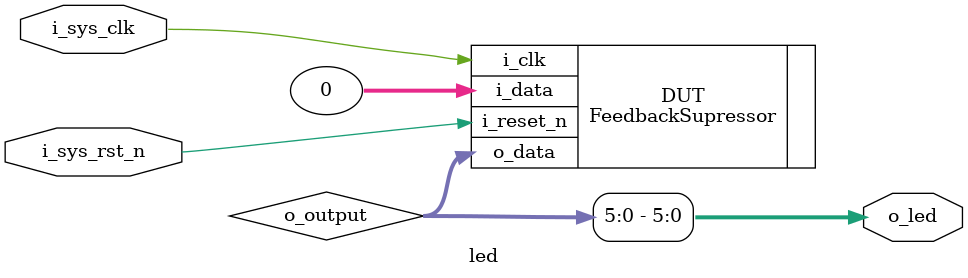
<source format=v>
module led (
    input   wire            i_sys_clk,          // clk input
    input   wire            i_sys_rst_n,        // reset input
    output  wire     [5:0]   o_led    // 6 LEDS pin
);

// module FeedbackSupressor(
//     input   wire    [0:0]   i_clk,
//     input   wire    [0:0]   i_reset_n,
//     input   wire    [7:0]   i_data,
//     output  reg     [7:0]   o_data
// );
wire [7:0] o_output;
FeedbackSupressor DUT(
    .i_clk(i_sys_clk),
    .i_reset_n(i_sys_rst_n),
    .i_data('h00),  // Example input data, modify as needed
    .o_data(o_output)   // Connect output to LED pins
);
assign o_led = o_output[5:0]; // Assign the first 6 bits to the LED output    

endmodule

</source>
